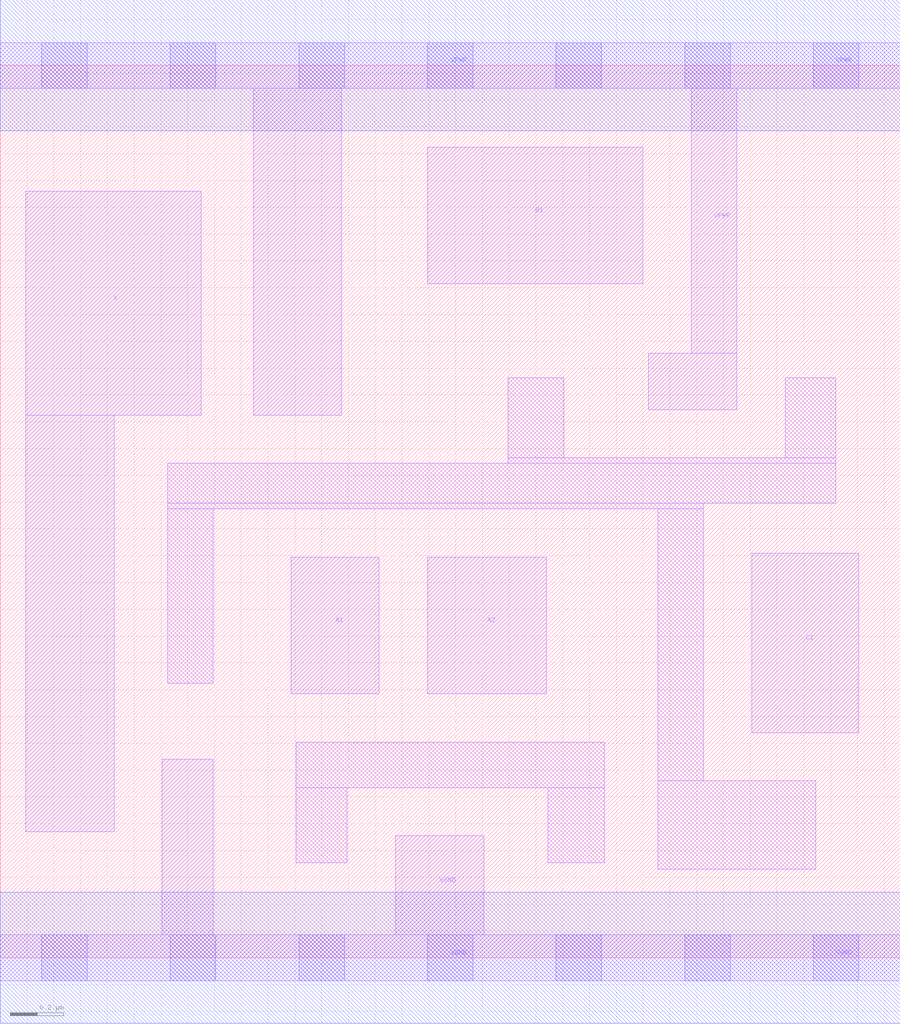
<source format=lef>
# Copyright 2020 The SkyWater PDK Authors
#
# Licensed under the Apache License, Version 2.0 (the "License");
# you may not use this file except in compliance with the License.
# You may obtain a copy of the License at
#
#     https://www.apache.org/licenses/LICENSE-2.0
#
# Unless required by applicable law or agreed to in writing, software
# distributed under the License is distributed on an "AS IS" BASIS,
# WITHOUT WARRANTIES OR CONDITIONS OF ANY KIND, either express or implied.
# See the License for the specific language governing permissions and
# limitations under the License.
#
# SPDX-License-Identifier: Apache-2.0

VERSION 5.7 ;
  NAMESCASESENSITIVE ON ;
  NOWIREEXTENSIONATPIN ON ;
  DIVIDERCHAR "/" ;
  BUSBITCHARS "[]" ;
UNITS
  DATABASE MICRONS 200 ;
END UNITS
MACRO sky130_fd_sc_lp__o211a_m
  CLASS CORE ;
  SOURCE USER ;
  FOREIGN sky130_fd_sc_lp__o211a_m ;
  ORIGIN  0.000000  0.000000 ;
  SIZE  3.360000 BY  3.330000 ;
  SYMMETRY X Y R90 ;
  SITE unit ;
  PIN A1
    ANTENNAGATEAREA  0.126000 ;
    DIRECTION INPUT ;
    USE SIGNAL ;
    PORT
      LAYER li1 ;
        RECT 1.085000 0.985000 1.415000 1.495000 ;
    END
  END A1
  PIN A2
    ANTENNAGATEAREA  0.126000 ;
    DIRECTION INPUT ;
    USE SIGNAL ;
    PORT
      LAYER li1 ;
        RECT 1.595000 0.985000 2.040000 1.495000 ;
    END
  END A2
  PIN B1
    ANTENNAGATEAREA  0.126000 ;
    DIRECTION INPUT ;
    USE SIGNAL ;
    PORT
      LAYER li1 ;
        RECT 1.595000 2.515000 2.400000 3.025000 ;
    END
  END B1
  PIN C1
    ANTENNAGATEAREA  0.126000 ;
    DIRECTION INPUT ;
    USE SIGNAL ;
    PORT
      LAYER li1 ;
        RECT 2.805000 0.840000 3.205000 1.510000 ;
    END
  END C1
  PIN X
    ANTENNADIFFAREA  0.222600 ;
    DIRECTION OUTPUT ;
    USE SIGNAL ;
    PORT
      LAYER li1 ;
        RECT 0.095000 0.470000 0.425000 2.025000 ;
        RECT 0.095000 2.025000 0.750000 2.860000 ;
    END
  END X
  PIN VGND
    DIRECTION INOUT ;
    USE GROUND ;
    PORT
      LAYER li1 ;
        RECT 0.000000 -0.085000 3.360000 0.085000 ;
        RECT 0.605000  0.085000 0.795000 0.740000 ;
        RECT 1.475000  0.085000 1.805000 0.455000 ;
      LAYER mcon ;
        RECT 0.155000 -0.085000 0.325000 0.085000 ;
        RECT 0.635000 -0.085000 0.805000 0.085000 ;
        RECT 1.115000 -0.085000 1.285000 0.085000 ;
        RECT 1.595000 -0.085000 1.765000 0.085000 ;
        RECT 2.075000 -0.085000 2.245000 0.085000 ;
        RECT 2.555000 -0.085000 2.725000 0.085000 ;
        RECT 3.035000 -0.085000 3.205000 0.085000 ;
      LAYER met1 ;
        RECT 0.000000 -0.245000 3.360000 0.245000 ;
    END
  END VGND
  PIN VPWR
    DIRECTION INOUT ;
    USE POWER ;
    PORT
      LAYER li1 ;
        RECT 0.000000 3.245000 3.360000 3.415000 ;
        RECT 0.945000 2.025000 1.275000 3.245000 ;
        RECT 2.420000 2.045000 2.750000 2.255000 ;
        RECT 2.580000 2.255000 2.750000 3.245000 ;
      LAYER mcon ;
        RECT 0.155000 3.245000 0.325000 3.415000 ;
        RECT 0.635000 3.245000 0.805000 3.415000 ;
        RECT 1.115000 3.245000 1.285000 3.415000 ;
        RECT 1.595000 3.245000 1.765000 3.415000 ;
        RECT 2.075000 3.245000 2.245000 3.415000 ;
        RECT 2.555000 3.245000 2.725000 3.415000 ;
        RECT 3.035000 3.245000 3.205000 3.415000 ;
      LAYER met1 ;
        RECT 0.000000 3.085000 3.360000 3.575000 ;
    END
  END VPWR
  OBS
    LAYER li1 ;
      RECT 0.625000 1.025000 0.795000 1.675000 ;
      RECT 0.625000 1.675000 2.625000 1.695000 ;
      RECT 0.625000 1.695000 3.120000 1.845000 ;
      RECT 1.105000 0.355000 1.295000 0.635000 ;
      RECT 1.105000 0.635000 2.255000 0.805000 ;
      RECT 1.895000 1.845000 3.120000 1.865000 ;
      RECT 1.895000 1.865000 2.105000 2.165000 ;
      RECT 2.045000 0.355000 2.255000 0.635000 ;
      RECT 2.455000 0.330000 3.045000 0.660000 ;
      RECT 2.455000 0.660000 2.625000 1.675000 ;
      RECT 2.930000 1.865000 3.120000 2.165000 ;
  END
END sky130_fd_sc_lp__o211a_m

</source>
